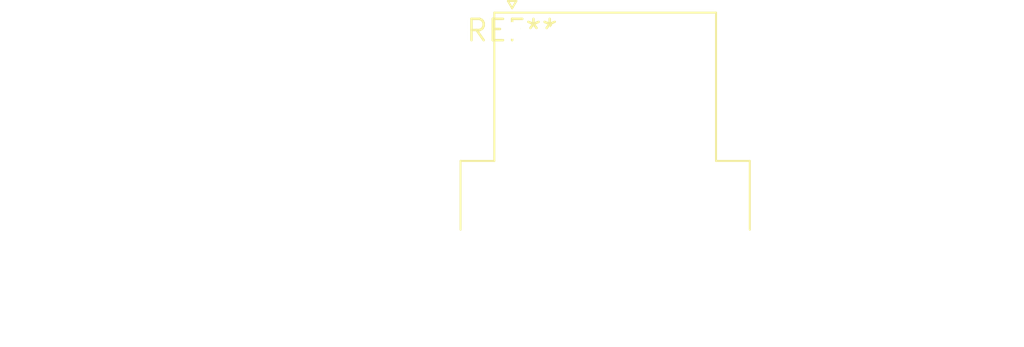
<source format=kicad_pcb>
(kicad_pcb (version 20240108) (generator pcbnew)
  (layers (0 "F.Cu" signal) (31 "B.Cu" signal) (34 "B.Paste" user) (35 "F.Paste" user) (36 "B.SilkS" user "B.Silkscreen") (37 "F.SilkS" user "F.Silkscreen") (38 "B.Mask" user) (39 "F.Mask" user) (44 "Edge.Cuts" user))
  (net 0 "")
  (footprint "DSUB-9_Male_Horizontal_P2.77x2.54mm_EdgePinOffset9.40mm" (layer "F.Cu") (at 0 0)
    (property "Reference" "REF**")
    (property "Value" "DSUB-9_Male_Horizontal_P2.77x2.54mm_EdgePinOffset9.40mm")
    (fp_line (start -3.07 7.78) (end -1.06 7.78) (layer "F.SilkS") (stroke (width 0.12)))
    (fp_line (start -3.07 11.88) (end -3.07 7.78) (layer "F.SilkS") (stroke (width 0.12)))
    (fp_line (start -1.06 -1.06) (end 12.14 -1.06) (layer "F.SilkS") (stroke (width 0.12)))
    (fp_line (start -1.06 7.78) (end -1.06 -1.06) (layer "F.SilkS") (stroke (width 0.12)))
    (fp_line (start -0.25 -1.754338) (end 0.25 -1.754338) (layer "F.SilkS") (stroke (width 0.12)))
    (fp_line (start 0 -1.321325) (end -0.25 -1.754338) (layer "F.SilkS") (stroke (width 0.12)))
    (fp_line (start 0.25 -1.754338) (end 0 -1.321325) (layer "F.SilkS") (stroke (width 0.12)))
    (fp_line (start 12.14 -1.06) (end 12.14 7.78) (layer "F.SilkS") (stroke (width 0.12)))
    (fp_line (start 12.14 7.78) (end 14.15 7.78) (layer "F.SilkS") (stroke (width 0.12)))
    (fp_line (start 14.15 7.78) (end 14.15 11.88) (layer "F.SilkS") (stroke (width 0.12)))
    (pad "1" thru_hole rect (at 0 0) (size 1.6 1.6) (drill 1) (layers *.Cu *.Mask) (remove_unused_layers))
    (pad "2" thru_hole circle (at 2.77 0) (size 1.6 1.6) (drill 1) (layers *.Cu *.Mask) (remove_unused_layers))
    (pad "3" thru_hole circle (at 5.54 0) (size 1.6 1.6) (drill 1) (layers *.Cu *.Mask) (remove_unused_layers))
    (pad "4" thru_hole circle (at 8.31 0) (size 1.6 1.6) (drill 1) (layers *.Cu *.Mask) (remove_unused_layers))
    (pad "5" thru_hole circle (at 11.08 0) (size 1.6 1.6) (drill 1) (layers *.Cu *.Mask) (remove_unused_layers))
    (pad "6" thru_hole circle (at 1.385 2.54) (size 1.6 1.6) (drill 1) (layers *.Cu *.Mask) (remove_unused_layers))
    (pad "7" thru_hole circle (at 4.155 2.54) (size 1.6 1.6) (drill 1) (layers *.Cu *.Mask) (remove_unused_layers))
    (pad "8" thru_hole circle (at 6.925 2.54) (size 1.6 1.6) (drill 1) (layers *.Cu *.Mask) (remove_unused_layers))
    (pad "9" thru_hole circle (at 9.695 2.54) (size 1.6 1.6) (drill 1) (layers *.Cu *.Mask) (remove_unused_layers))
  )
)
</source>
